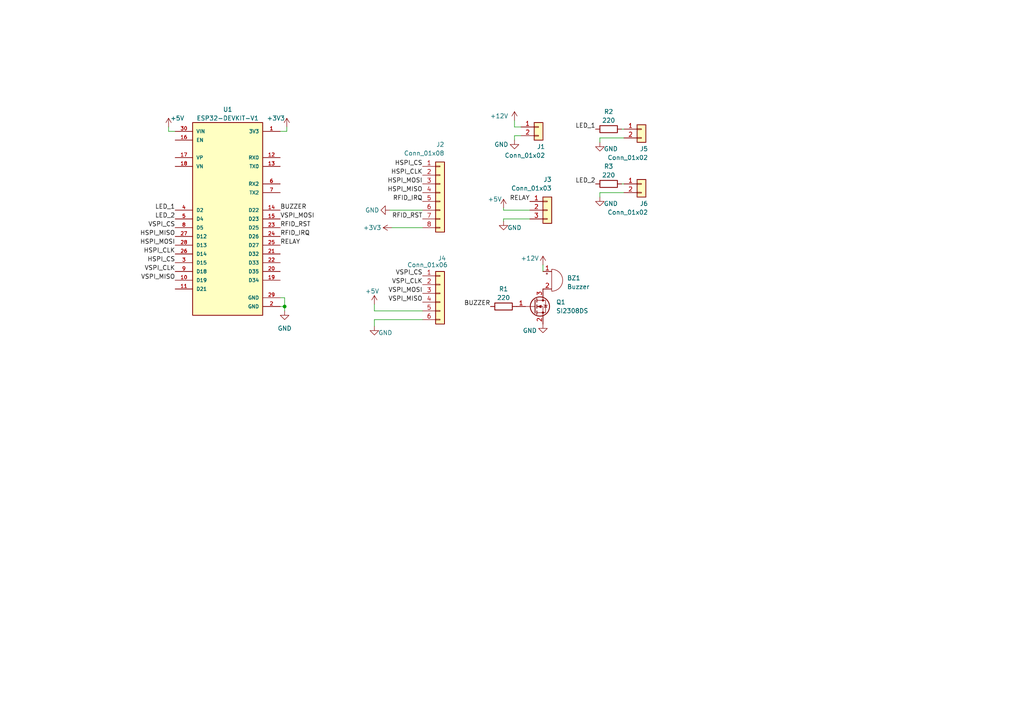
<source format=kicad_sch>
(kicad_sch (version 20230121) (generator eeschema)
  (paper "A4")
  (lib_symbols
    (symbol "Connector_Generic:Conn_01x02" (pin_names (offset 1.016) hide)
      (property "Reference" "J" (at 0 2.54 0))
      (property "Value" "Conn_01x02" (at 0 -5.08 0))
      (symbol "Conn_01x02_1_1"
        (rectangle (start -1.27 -2.413) (end 0 -2.667) (stroke (width 0.1524)))
        (rectangle (start -1.27 0.127) (end 0 -0.127) (stroke (width 0.1524)))
        (rectangle (start -1.27 1.27) (end 1.27 -3.81) (stroke (width 0.254)) (fill (type background)))
        (pin passive line (at -5.08 0 0) (length 3.81) (name "Pin_1") (number "1"))
        (pin passive line (at -5.08 -2.54 0) (length 3.81) (name "Pin_2") (number "2"))
      )
    )
    (symbol "Connector_Generic:Conn_01x03" (pin_names (offset 1.016) hide)
      (property "Reference" "J" (at 0 5.08 0))
      (property "Value" "Conn_01x03" (at 0 -5.08 0))
      (symbol "Conn_01x03_1_1"
        (rectangle (start -1.27 -2.413) (end 0 -2.667) (stroke (width 0.1524)))
        (rectangle (start -1.27 0.127) (end 0 -0.127) (stroke (width 0.1524)))
        (rectangle (start -1.27 2.667) (end 0 2.413) (stroke (width 0.1524)))
        (rectangle (start -1.27 3.81) (end 1.27 -3.81) (stroke (width 0.254)) (fill (type background)))
        (pin passive line (at -5.08 2.54 0) (length 3.81) (name "Pin_1") (number "1"))
        (pin passive line (at -5.08 0 0) (length 3.81) (name "Pin_2") (number "2"))
        (pin passive line (at -5.08 -2.54 0) (length 3.81) (name "Pin_3") (number "3"))
      )
    )
    (symbol "Connector_Generic:Conn_01x06" (pin_names (offset 1.016) hide)
      (property "Reference" "J" (at 0 7.62 0))
      (property "Value" "Conn_01x06" (at 0 -10.16 0))
      (symbol "Conn_01x06_1_1"
        (rectangle (start -1.27 -7.493) (end 0 -7.747) (stroke (width 0.1524)))
        (rectangle (start -1.27 -4.953) (end 0 -5.207) (stroke (width 0.1524)))
        (rectangle (start -1.27 -2.413) (end 0 -2.667) (stroke (width 0.1524)))
        (rectangle (start -1.27 0.127) (end 0 -0.127) (stroke (width 0.1524)))
        (rectangle (start -1.27 2.667) (end 0 2.413) (stroke (width 0.1524)))
        (rectangle (start -1.27 5.207) (end 0 4.953) (stroke (width 0.1524)))
        (rectangle (start -1.27 6.35) (end 1.27 -8.89) (stroke (width 0.254)) (fill (type background)))
        (pin passive line (at -5.08 5.08 0) (length 3.81) (name "Pin_1") (number "1"))
        (pin passive line (at -5.08 2.54 0) (length 3.81) (name "Pin_2") (number "2"))
        (pin passive line (at -5.08 0 0) (length 3.81) (name "Pin_3") (number "3"))
        (pin passive line (at -5.08 -2.54 0) (length 3.81) (name "Pin_4") (number "4"))
        (pin passive line (at -5.08 -5.08 0) (length 3.81) (name "Pin_5") (number "5"))
        (pin passive line (at -5.08 -7.62 0) (length 3.81) (name "Pin_6") (number "6"))
      )
    )
    (symbol "Connector_Generic:Conn_01x08" (pin_names (offset 1.016) hide)
      (property "Reference" "J" (at 0 10.16 0))
      (property "Value" "Conn_01x08" (at 0 -12.7 0))
      (symbol "Conn_01x08_1_1"
        (rectangle (start -1.27 -10.033) (end 0 -10.287) (stroke (width 0.1524)))
        (rectangle (start -1.27 -7.493) (end 0 -7.747) (stroke (width 0.1524)))
        (rectangle (start -1.27 -4.953) (end 0 -5.207) (stroke (width 0.1524)))
        (rectangle (start -1.27 -2.413) (end 0 -2.667) (stroke (width 0.1524)))
        (rectangle (start -1.27 0.127) (end 0 -0.127) (stroke (width 0.1524)))
        (rectangle (start -1.27 2.667) (end 0 2.413) (stroke (width 0.1524)))
        (rectangle (start -1.27 5.207) (end 0 4.953) (stroke (width 0.1524)))
        (rectangle (start -1.27 7.747) (end 0 7.493) (stroke (width 0.1524)))
        (rectangle (start -1.27 8.89) (end 1.27 -11.43) (stroke (width 0.254)) (fill (type background)))
        (pin passive line (at -5.08 7.62 0) (length 3.81) (name "Pin_1") (number "1"))
        (pin passive line (at -5.08 5.08 0) (length 3.81) (name "Pin_2") (number "2"))
        (pin passive line (at -5.08 2.54 0) (length 3.81) (name "Pin_3") (number "3"))
        (pin passive line (at -5.08 0 0) (length 3.81) (name "Pin_4") (number "4"))
        (pin passive line (at -5.08 -2.54 0) (length 3.81) (name "Pin_5") (number "5"))
        (pin passive line (at -5.08 -5.08 0) (length 3.81) (name "Pin_6") (number "6"))
        (pin passive line (at -5.08 -7.62 0) (length 3.81) (name "Pin_7") (number "7"))
        (pin passive line (at -5.08 -10.16 0) (length 3.81) (name "Pin_8") (number "8"))
      )
    )
    (symbol "Device:Buzzer" (pin_names (offset 0.0254) hide)
      (property "Reference" "BZ" (at 3.81 1.27 0))
      (property "Value" "Buzzer" (at 3.81 -1.27 0))
      (symbol "Buzzer_0_1"
        (arc (start 0 -3.175) (mid 3.1612 0) (end 0 3.175))
        (polyline (pts (xy -1.651 1.905) (xy -1.143 1.905)))
        (polyline (pts (xy -1.397 2.159) (xy -1.397 1.651)))
        (polyline (pts (xy 0 3.175) (xy 0 -3.175)))
      )
      (symbol "Buzzer_1_1"
        (pin passive line (at -2.54 2.54 0) (length 2.54) (name "-") (number "1"))
        (pin passive line (at -2.54 -2.54 0) (length 2.54) (name "+") (number "2"))
      )
    )
    (symbol "Device:Q_NMOS_GSD" (pin_names (offset 0) hide)
      (property "Reference" "Q" (at 5.08 1.27 0))
      (property "Value" "Q_NMOS_GSD" (at 5.08 -1.27 0))
      (symbol "Q_NMOS_GSD_0_1"
        (polyline (pts (xy 0.254 0) (xy -2.54 0)))
        (polyline (pts (xy 0.254 1.905) (xy 0.254 -1.905)) (stroke (width 0.254)))
        (polyline (pts (xy 0.762 -1.27) (xy 0.762 -2.286)) (stroke (width 0.254)))
        (polyline (pts (xy 0.762 0.508) (xy 0.762 -0.508)) (stroke (width 0.254)))
        (polyline (pts (xy 0.762 2.286) (xy 0.762 1.27)) (stroke (width 0.254)))
        (polyline (pts (xy 2.54 2.54) (xy 2.54 1.778)))
        (polyline (pts (xy 2.54 -2.54) (xy 2.54 0) (xy 0.762 0)))
        (polyline (pts (xy 0.762 -1.778) (xy 3.302 -1.778) (xy 3.302 1.778) (xy 0.762 1.778)))
        (polyline (pts (xy 1.016 0) (xy 2.032 0.381) (xy 2.032 -0.381) (xy 1.016 0)) (fill (type outline)))
        (polyline (pts (xy 2.794 0.508) (xy 2.921 0.381) (xy 3.683 0.381) (xy 3.81 0.254)))
        (polyline (pts (xy 3.302 0.381) (xy 2.921 -0.254) (xy 3.683 -0.254) (xy 3.302 0.381)))
        (circle (center 1.651 0) (radius 2.794) (stroke (width 0.254)))
        (circle (center 2.54 -1.778) (radius 0.254) (fill (type outline)))
        (circle (center 2.54 1.778) (radius 0.254) (fill (type outline)))
      )
      (symbol "Q_NMOS_GSD_1_1"
        (pin input line (at -5.08 0 0) (length 2.54) (name "G") (number "1"))
        (pin passive line (at 2.54 -5.08 90) (length 2.54) (name "S") (number "2"))
        (pin passive line (at 2.54 5.08 270) (length 2.54) (name "D") (number "3"))
      )
    )
    (symbol "Device:R" (pin_numbers hide) (pin_names (offset 0))
      (property "Reference" "R" (at 2.032 0 90))
      (property "Value" "R" (at 0 0 90))
      (symbol "R_0_1"
        (rectangle (start -1.016 -2.54) (end 1.016 2.54) (stroke (width 0.254)))
      )
      (symbol "R_1_1"
        (pin passive line (at 0 3.81 270) (length 1.27) (name "~") (number "1"))
        (pin passive line (at 0 -3.81 90) (length 1.27) (name "~") (number "2"))
      )
    )
    (symbol "ESP32-DEVKIT-V1:ESP32-DEVKIT-V1" (pin_names (offset 1.016))
      (property "Reference" "U" (at -10.16 30.48 0))
      (property "Value" "ESP32-DEVKIT-V1" (at -10.16 -30.48 0))
      (symbol "ESP32-DEVKIT-V1_0_0"
        (rectangle (start -10.16 -27.94) (end 10.16 27.94) (stroke (width 0.254)) (fill (type background)))
        (pin output line (at 15.24 25.4 180) (length 5.08) (name "3V3") (number "1"))
        (pin bidirectional line (at -15.24 -17.78 0) (length 5.08) (name "D19") (number "10"))
        (pin bidirectional line (at -15.24 -20.32 0) (length 5.08) (name "D21") (number "11"))
        (pin input line (at 15.24 17.78 180) (length 5.08) (name "RX0") (number "12"))
        (pin output line (at 15.24 15.24 180) (length 5.08) (name "TX0") (number "13"))
        (pin bidirectional line (at 15.24 2.54 180) (length 5.08) (name "D22") (number "14"))
        (pin bidirectional line (at 15.24 0 180) (length 5.08) (name "D23") (number "15"))
        (pin input line (at -15.24 22.86 0) (length 5.08) (name "EN") (number "16"))
        (pin bidirectional line (at -15.24 17.78 0) (length 5.08) (name "VP") (number "17"))
        (pin bidirectional line (at -15.24 15.24 0) (length 5.08) (name "VN") (number "18"))
        (pin bidirectional line (at 15.24 -17.78 180) (length 5.08) (name "D34") (number "19"))
        (pin power_in line (at 15.24 -25.4 180) (length 5.08) (name "GND") (number "2"))
        (pin bidirectional line (at 15.24 -15.24 180) (length 5.08) (name "D35") (number "20"))
        (pin bidirectional line (at 15.24 -10.16 180) (length 5.08) (name "D32") (number "21"))
        (pin bidirectional line (at 15.24 -12.7 180) (length 5.08) (name "D33") (number "22"))
        (pin bidirectional line (at 15.24 -2.54 180) (length 5.08) (name "D25") (number "23"))
        (pin bidirectional line (at 15.24 -5.08 180) (length 5.08) (name "D26") (number "24"))
        (pin bidirectional line (at 15.24 -7.62 180) (length 5.08) (name "D27") (number "25"))
        (pin bidirectional line (at -15.24 -10.16 0) (length 5.08) (name "D14") (number "26"))
        (pin bidirectional line (at -15.24 -5.08 0) (length 5.08) (name "D12") (number "27"))
        (pin bidirectional line (at -15.24 -7.62 0) (length 5.08) (name "D13") (number "28"))
        (pin power_in line (at 15.24 -22.86 180) (length 5.08) (name "GND") (number "29"))
        (pin bidirectional line (at -15.24 -12.7 0) (length 5.08) (name "D15") (number "3"))
        (pin input line (at -15.24 25.4 0) (length 5.08) (name "VIN") (number "30"))
        (pin bidirectional line (at -15.24 2.54 0) (length 5.08) (name "D2") (number "4"))
        (pin bidirectional line (at -15.24 0 0) (length 5.08) (name "D4") (number "5"))
        (pin input line (at 15.24 10.16 180) (length 5.08) (name "RX2") (number "6"))
        (pin output line (at 15.24 7.62 180) (length 5.08) (name "TX2") (number "7"))
        (pin bidirectional line (at -15.24 -2.54 0) (length 5.08) (name "D5") (number "8"))
        (pin bidirectional line (at -15.24 -15.24 0) (length 5.08) (name "D18") (number "9"))
      )
    )
    (symbol "power:+12V" (power) (pin_names (offset 0))
      (property "Value" "+12V" (at 0 3.556 0))
      (symbol "+12V_0_1"
        (polyline (pts (xy -0.762 1.27) (xy 0 2.54)))
        (polyline (pts (xy 0 0) (xy 0 2.54)))
        (polyline (pts (xy 0 2.54) (xy 0.762 1.27)))
      )
      (symbol "+12V_1_1"
        (pin power_in line (at 0 0 90) (length 0) hide (name "+12V") (number "1"))
      )
    )
    (symbol "power:+3V3" (power) (pin_names (offset 0))
      (property "Value" "+3V3" (at 0 3.556 0))
      (symbol "+3V3_0_1"
        (polyline (pts (xy -0.762 1.27) (xy 0 2.54)))
        (polyline (pts (xy 0 0) (xy 0 2.54)))
        (polyline (pts (xy 0 2.54) (xy 0.762 1.27)))
      )
      (symbol "+3V3_1_1"
        (pin power_in line (at 0 0 90) (length 0) hide (name "+3V3") (number "1"))
      )
    )
    (symbol "power:+5V" (power) (pin_names (offset 0))
      (property "Value" "+5V" (at 0 3.556 0))
      (symbol "+5V_0_1"
        (polyline (pts (xy -0.762 1.27) (xy 0 2.54)))
        (polyline (pts (xy 0 0) (xy 0 2.54)))
        (polyline (pts (xy 0 2.54) (xy 0.762 1.27)))
      )
      (symbol "+5V_1_1"
        (pin power_in line (at 0 0 90) (length 0) hide (name "+5V") (number "1"))
      )
    )
    (symbol "power:GND" (power) (pin_names (offset 0))
      (property "Value" "GND" (at 0 -3.81 0))
      (symbol "GND_0_1"
        (polyline (pts (xy 0 0) (xy 0 -1.27) (xy 1.27 -1.27) (xy 0 -2.54) (xy -1.27 -1.27) (xy 0 -1.27)))
      )
      (symbol "GND_1_1"
        (pin power_in line (at 0 0 270) (length 0) hide (name "GND") (number "1"))
      )
    )
  )
  (junction (at 82.55 88.9))
  (wire (pts (xy 81.28 38.1) (xy 83.185 38.1)))
  (wire (pts (xy 82.55 86.36) (xy 81.28 86.36)))
  (wire (pts (xy 157.48 76.835) (xy 157.48 78.74)))
  (wire (pts (xy 83.185 38.1) (xy 83.185 36.83)))
  (wire (pts (xy 180.975 40.005) (xy 173.99 40.005)))
  (wire (pts (xy 153.67 63.5) (xy 146.05 63.5)))
  (wire (pts (xy 146.05 60.96) (xy 146.05 60.325)))
  (wire (pts (xy 146.05 63.5) (xy 146.05 64.135)))
  (wire (pts (xy 149.225 39.37) (xy 149.225 40.64)))
  (wire (pts (xy 108.585 92.71) (xy 108.585 94.615)))
  (wire (pts (xy 180.975 55.88) (xy 173.99 55.88)))
  (wire (pts (xy 151.13 36.83) (xy 149.225 36.83)))
  (wire (pts (xy 81.28 88.9) (xy 82.55 88.9)))
  (wire (pts (xy 122.555 92.71) (xy 108.585 92.71)))
  (wire (pts (xy 108.585 90.17) (xy 108.585 88.265)))
  (wire (pts (xy 149.225 36.83) (xy 149.225 34.925)))
  (wire (pts (xy 122.555 90.17) (xy 108.585 90.17)))
  (wire (pts (xy 180.34 37.465) (xy 180.975 37.465)))
  (wire (pts (xy 173.99 40.005) (xy 173.99 41.275)))
  (wire (pts (xy 48.895 38.1) (xy 48.895 36.83)))
  (wire (pts (xy 180.34 53.34) (xy 180.975 53.34)))
  (wire (pts (xy 151.13 39.37) (xy 149.225 39.37)))
  (wire (pts (xy 173.99 55.88) (xy 173.99 57.15)))
  (wire (pts (xy 82.55 88.9) (xy 82.55 86.36)))
  (wire (pts (xy 50.8 38.1) (xy 48.895 38.1)))
  (wire (pts (xy 113.03 60.96) (xy 122.555 60.96)))
  (wire (pts (xy 113.665 66.04) (xy 122.555 66.04)))
  (wire (pts (xy 153.67 60.96) (xy 146.05 60.96)))
  (wire (pts (xy 82.55 90.17) (xy 82.55 88.9)))
  (label "LED_2" (at 50.8 63.5 180))
  (label "BUZZER" (at 81.28 60.96 0))
  (label "HSPI_MOSI" (at 122.555 53.34 180))
  (label "VSPI_MOSI" (at 122.555 85.09 180))
  (label "HSPI_MISO" (at 50.8 68.58 180))
  (label "VSPI_CS" (at 50.8 66.04 180))
  (label "HSPI_CLK" (at 50.8 73.66 180))
  (label "HSPI_MOSI" (at 50.8 71.12 180))
  (label "HSPI_CS" (at 50.8 76.2 180))
  (label "VSPI_MOSI" (at 81.28 63.5 0))
  (label "VSPI_CS" (at 122.555 80.01 180))
  (label "VSPI_MISO" (at 122.555 87.63 180))
  (label "LED_1" (at 50.8 60.96 180))
  (label "HSPI_CLK" (at 122.555 50.8 180))
  (label "RFID_IRQ" (at 122.555 58.42 180))
  (label "RFID_RST" (at 81.28 66.04 0))
  (label "VSPI_CLK" (at 122.555 82.55 180))
  (label "RELAY" (at 153.67 58.42 180))
  (label "RFID_RST" (at 122.555 63.5 180))
  (label "HSPI_MISO" (at 122.555 55.88 180))
  (label "LED_2" (at 172.72 53.34 180))
  (label "VSPI_CLK" (at 50.8 78.74 180))
  (label "LED_1" (at 172.72 37.465 180))
  (label "HSPI_CS" (at 122.555 48.26 180))
  (label "VSPI_MISO" (at 50.8 81.28 180))
  (label "RELAY" (at 81.28 71.12 0))
  (label "RFID_IRQ" (at 81.28 68.58 0))
  (label "BUZZER" (at 142.24 88.9 180))
  (symbol (lib_id "power:+5V") (at 108.585 88.265 0) (unit 1)
    (property "Reference" "#PWR07" (effects hide))
    (property "Value" "+5V" (at 107.95 84.455 0))
  )
  (symbol (lib_id "Device:Buzzer") (at 160.02 81.28 0) (unit 1)
    (property "Reference" "BZ1" (at 164.465 80.645 0) (effects (justify left)))
    (property "Value" "Buzzer" (at 164.465 83.185 0) (effects (justify left)))
  )
  (symbol (lib_id "power:GND") (at 108.585 94.615 0) (unit 1)
    (property "Reference" "#PWR06" (effects hide))
    (property "Value" "GND" (at 111.76 96.52 0))
  )
  (symbol (lib_id "power:+12V") (at 157.48 76.835 0) (unit 1)
    (property "Reference" "#PWR03" (effects hide))
    (property "Value" "+12V" (at 153.67 74.93 0))
  )
  (symbol (lib_id "power:GND") (at 157.48 93.98 0) (unit 1)
    (property "Reference" "#PWR013" (effects hide))
    (property "Value" "GND" (at 153.67 95.885 0))
  )
  (symbol (lib_id "power:GND") (at 113.03 60.96 270) (unit 1)
    (property "Reference" "#PWR010" (effects hide))
    (property "Value" "GND" (at 107.95 60.96 90))
  )
  (symbol (lib_id "power:+3V3") (at 83.185 36.83 0) (unit 1)
    (property "Reference" "#PWR08" (effects hide))
    (property "Value" "+3V3" (at 80.01 34.29 0))
  )
  (symbol (lib_id "Device:R") (at 146.05 88.9 90) (unit 1)
    (property "Reference" "R1" (at 146.05 83.82 90))
    (property "Value" "220" (at 146.05 86.36 90))
    (property "Footprint" "Resistor_SMD:R_0805_2012Metric_Pad1.20x1.40mm_HandSolder" (effects hide))
  )
  (symbol (lib_id "power:+12V") (at 149.225 34.925 0) (unit 1)
    (property "Reference" "#PWR02" (effects hide))
    (property "Value" "+12V" (at 144.78 33.655 0))
  )
  (symbol (lib_id "Connector_Generic:Conn_01x03") (at 158.75 60.96 0) (unit 1)
    (property "Reference" "J3" (at 160.02 52.07 0) (effects (justify right)))
    (property "Value" "Conn_01x03" (at 160.02 54.61 0) (effects (justify right)))
  )
  (symbol (lib_id "Connector_Generic:Conn_01x02") (at 186.055 53.34 0) (unit 1)
    (property "Reference" "J6" (at 187.96 59.055 0) (effects (justify right)))
    (property "Value" "Conn_01x02" (at 187.96 61.595 0) (effects (justify right)))
  )
  (symbol (lib_id "Device:Q_NMOS_GSD") (at 154.94 88.9 0) (unit 1)
    (property "Reference" "Q1" (at 161.29 87.6299 0) (effects (justify left)))
    (property "Value" "SI2308DS" (at 161.29 90.1699 0) (effects (justify left)))
    (property "Footprint" "Package_TO_SOT_SMD:SOT-23_Handsoldering" (effects hide))
  )
  (symbol (lib_id "power:GND") (at 173.99 41.275 0) (unit 1)
    (property "Reference" "#PWR015" (effects hide))
    (property "Value" "GND" (at 177.165 43.18 0))
  )
  (symbol (lib_id "power:GND") (at 146.05 64.135 0) (unit 1)
    (property "Reference" "#PWR012" (effects hide))
    (property "Value" "GND" (at 149.225 66.04 0))
  )
  (symbol (lib_id "Device:R") (at 176.53 37.465 90) (unit 1)
    (property "Reference" "R2" (at 176.53 32.385 90))
    (property "Value" "220" (at 176.53 34.925 90))
    (property "Footprint" "Resistor_SMD:R_0805_2012Metric_Pad1.20x1.40mm_HandSolder" (effects hide))
  )
  (symbol (lib_id "ESP32-DEVKIT-V1:ESP32-DEVKIT-V1") (at 66.04 63.5 0) (unit 1)
    (property "Reference" "U1" (at 66.04 31.75 0))
    (property "Value" "ESP32-DEVKIT-V1" (at 66.04 34.29 0))
    (property "Footprint" "esp32-devkit-v1:MODULE_ESP32_DEVKIT_V1" (effects hide))
    (property "MANUFACTURER" "DOIT" (effects hide))
    (property "PARTREV" "N/A" (effects hide))
    (property "STANDARD" "Manufacturer Recommendations" (effects hide))
    (property "MAXIMUM_PACKAGE_HEIGHT" "6.8 mm" (effects hide))
  )
  (symbol (lib_id "power:GND") (at 82.55 90.17 0) (unit 1)
    (property "Reference" "#PWR01" (effects hide))
    (property "Value" "GND" (at 82.55 95.25 0))
  )
  (symbol (lib_id "Connector_Generic:Conn_01x08") (at 127.635 55.88 0) (unit 1)
    (property "Reference" "J2" (at 128.905 41.91 0) (effects (justify right)))
    (property "Value" "Conn_01x08" (at 128.905 44.45 0) (effects (justify right)))
  )
  (symbol (lib_id "Connector_Generic:Conn_01x02") (at 156.21 36.83 0) (unit 1)
    (property "Reference" "J1" (at 158.115 42.545 0) (effects (justify right)))
    (property "Value" "Conn_01x02" (at 158.115 45.085 0) (effects (justify right)))
  )
  (symbol (lib_id "power:+3V3") (at 113.665 66.04 90) (unit 1)
    (property "Reference" "#PWR09" (effects hide))
    (property "Value" "+3V3" (at 107.95 66.04 90))
  )
  (symbol (lib_id "power:GND") (at 149.225 40.64 0) (unit 1)
    (property "Reference" "#PWR05" (effects hide))
    (property "Value" "GND" (at 145.415 41.91 0))
  )
  (symbol (lib_id "power:GND") (at 173.99 57.15 0) (unit 1)
    (property "Reference" "#PWR014" (effects hide))
    (property "Value" "GND" (at 177.165 59.055 0))
  )
  (symbol (lib_id "Connector_Generic:Conn_01x06") (at 127.635 85.09 0) (unit 1)
    (property "Reference" "J4" (at 127 74.93 0) (effects (justify left)))
    (property "Value" "Conn_01x06" (at 118.11 76.835 0) (effects (justify left)))
  )
  (symbol (lib_id "Connector_Generic:Conn_01x02") (at 186.055 37.465 0) (unit 1)
    (property "Reference" "J5" (at 187.96 43.18 0) (effects (justify right)))
    (property "Value" "Conn_01x02" (at 187.96 45.72 0) (effects (justify right)))
  )
  (symbol (lib_id "power:+5V") (at 48.895 36.83 0) (unit 1)
    (property "Reference" "#PWR04" (effects hide))
    (property "Value" "+5V" (at 51.435 34.29 0))
  )
  (symbol (lib_id "Device:R") (at 176.53 53.34 90) (unit 1)
    (property "Reference" "R3" (at 176.53 48.26 90))
    (property "Value" "220" (at 176.53 50.8 90))
    (property "Footprint" "Resistor_SMD:R_0805_2012Metric_Pad1.20x1.40mm_HandSolder" (effects hide))
  )
  (symbol (lib_id "power:+5V") (at 146.05 60.325 0) (mirror y) (unit 1)
    (property "Reference" "#PWR011" (effects hide))
    (property "Value" "+5V" (at 143.51 57.785 0))
  )
)
</source>
